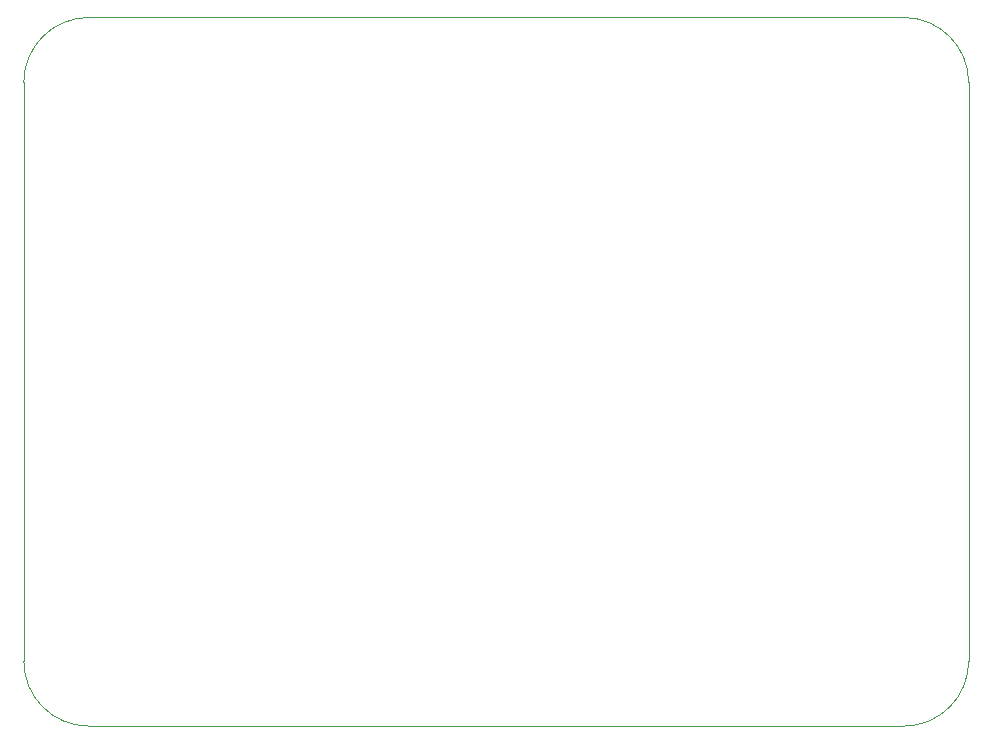
<source format=gbr>
%TF.GenerationSoftware,Altium Limited,Altium Designer,22.5.1 (42)*%
G04 Layer_Color=0*
%FSLAX44Y44*%
%MOMM*%
%TF.SameCoordinates,7B58D917-D16F-4CFB-9619-50DAC3371BF8*%
%TF.FilePolarity,Positive*%
%TF.FileFunction,Profile,NP*%
%TF.Part,Single*%
G01*
G75*
%TA.AperFunction,Profile*%
%ADD116C,0.0254*%
D116*
X-400000Y-245000D02*
Y245000D01*
D02*
G02*
X-345000Y300000I55000J0D01*
G01*
X345000D01*
D02*
G02*
X400000Y245000I0J-55000D01*
G01*
Y-245000D01*
D02*
G02*
X345000Y-300000I-55000J-0D01*
G01*
X-345000D01*
D02*
G02*
X-400000Y-245000I0J55000D01*
G01*
%TF.MD5,eeddc0f31b9a1395ac6da358fce0c742*%
M02*

</source>
